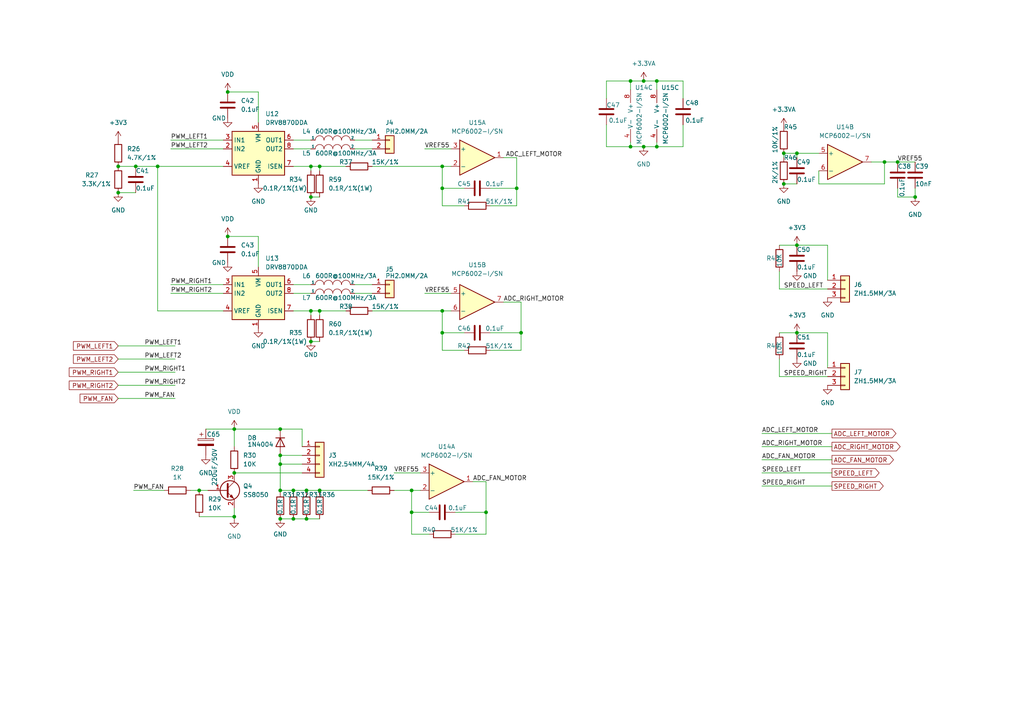
<source format=kicad_sch>
(kicad_sch (version 20211123) (generator eeschema)
  (paper "A4")
  (title_block (title "EDS-01-Main") (date "2022-10-19") (rev "V0.2") (company "Timye"))
  (lib_symbols
    (symbol "Amplifier_Operational:MCP6002-xSN" (pin_names (offset 0.127))
      (property "Reference" "U" (at 0 5.08 0))
      (property "Value" "MCP6002-xSN" (at 0 -5.08 0))
      (symbol "MCP6002-xSN_1_1"
        (polyline (pts (xy -5.08 5.08) (xy 5.08 0) (xy -5.08 -5.08) (xy -5.08 5.08)) (stroke (width 0.254)) (fill (type background)))
        (pin output line (at 7.62 0 180) (length 2.54) (name "~") (number "1"))
        (pin input line (at -7.62 -2.54 0) (length 2.54) (name "-") (number "2"))
        (pin input line (at -7.62 2.54 0) (length 2.54) (name "+") (number "3"))
      )
      (symbol "MCP6002-xSN_2_1"
        (polyline (pts (xy -5.08 5.08) (xy 5.08 0) (xy -5.08 -5.08) (xy -5.08 5.08)) (stroke (width 0.254)) (fill (type background)))
        (pin input line (at -7.62 2.54 0) (length 2.54) (name "+") (number "5"))
        (pin input line (at -7.62 -2.54 0) (length 2.54) (name "-") (number "6"))
        (pin output line (at 7.62 0 180) (length 2.54) (name "~") (number "7"))
      )
      (symbol "MCP6002-xSN_3_1"
        (pin power_in line (at -2.54 -7.62 90) (length 3.81) (name "V-") (number "4"))
        (pin power_in line (at -2.54 7.62 270) (length 3.81) (name "V+") (number "8"))
      )
    )
    (symbol "Connector_Generic:Conn_01x02" (pin_names (offset 1.016) hide)
      (property "Reference" "J" (at 0 2.54 0))
      (property "Value" "Conn_01x02" (at 0 -5.08 0))
      (symbol "Conn_01x02_1_1"
        (rectangle (start -1.27 -2.413) (end 0 -2.667) (stroke (width 0.1524)))
        (rectangle (start -1.27 0.127) (end 0 -0.127) (stroke (width 0.1524)))
        (rectangle (start -1.27 1.27) (end 1.27 -3.81) (stroke (width 0.254)) (fill (type background)))
        (pin passive line (at -5.08 0 0) (length 3.81) (name "Pin_1") (number "1"))
        (pin passive line (at -5.08 -2.54 0) (length 3.81) (name "Pin_2") (number "2"))
      )
    )
    (symbol "Connector_Generic:Conn_01x03" (pin_names (offset 1.016) hide)
      (property "Reference" "J" (at 0 5.08 0))
      (property "Value" "Conn_01x03" (at 0 -5.08 0))
      (symbol "Conn_01x03_1_1"
        (rectangle (start -1.27 -2.413) (end 0 -2.667) (stroke (width 0.1524)))
        (rectangle (start -1.27 0.127) (end 0 -0.127) (stroke (width 0.1524)))
        (rectangle (start -1.27 2.667) (end 0 2.413) (stroke (width 0.1524)))
        (rectangle (start -1.27 3.81) (end 1.27 -3.81) (stroke (width 0.254)) (fill (type background)))
        (pin passive line (at -5.08 2.54 0) (length 3.81) (name "Pin_1") (number "1"))
        (pin passive line (at -5.08 0 0) (length 3.81) (name "Pin_2") (number "2"))
        (pin passive line (at -5.08 -2.54 0) (length 3.81) (name "Pin_3") (number "3"))
      )
    )
    (symbol "Connector_Generic:Conn_01x04" (pin_names (offset 1.016) hide)
      (property "Reference" "J" (at 0 5.08 0))
      (property "Value" "Conn_01x04" (at 0 -7.62 0))
      (symbol "Conn_01x04_1_1"
        (rectangle (start -1.27 -4.953) (end 0 -5.207) (stroke (width 0.1524)))
        (rectangle (start -1.27 -2.413) (end 0 -2.667) (stroke (width 0.1524)))
        (rectangle (start -1.27 0.127) (end 0 -0.127) (stroke (width 0.1524)))
        (rectangle (start -1.27 2.667) (end 0 2.413) (stroke (width 0.1524)))
        (rectangle (start -1.27 3.81) (end 1.27 -6.35) (stroke (width 0.254)) (fill (type background)))
        (pin passive line (at -5.08 2.54 0) (length 3.81) (name "Pin_1") (number "1"))
        (pin passive line (at -5.08 0 0) (length 3.81) (name "Pin_2") (number "2"))
        (pin passive line (at -5.08 -2.54 0) (length 3.81) (name "Pin_3") (number "3"))
        (pin passive line (at -5.08 -5.08 0) (length 3.81) (name "Pin_4") (number "4"))
      )
    )
    (symbol "Device:C" (pin_numbers hide) (pin_names (offset 0.254))
      (property "Reference" "C" (at 0.635 2.54 0))
      (property "Value" "C" (at 0.635 -2.54 0))
      (symbol "C_0_1"
        (polyline (pts (xy -2.032 -0.762) (xy 2.032 -0.762)) (stroke (width 0.508)))
        (polyline (pts (xy -2.032 0.762) (xy 2.032 0.762)) (stroke (width 0.508)))
      )
      (symbol "C_1_1"
        (pin passive line (at 0 3.81 270) (length 2.794) (name "~") (number "1"))
        (pin passive line (at 0 -3.81 90) (length 2.794) (name "~") (number "2"))
      )
    )
    (symbol "Device:C_Polarized" (pin_numbers hide) (pin_names (offset 0.254))
      (property "Reference" "C" (at 0.635 2.54 0))
      (property "Value" "C_Polarized" (at 0.635 -2.54 0))
      (symbol "C_Polarized_0_1"
        (rectangle (start -2.286 0.508) (end 2.286 1.016))
        (polyline (pts (xy -1.778 2.286) (xy -0.762 2.286)))
        (polyline (pts (xy -1.27 2.794) (xy -1.27 1.778)))
        (rectangle (start 2.286 -0.508) (end -2.286 -1.016) (fill (type outline)))
      )
      (symbol "C_Polarized_1_1"
        (pin passive line (at 0 3.81 270) (length 2.794) (name "~") (number "1"))
        (pin passive line (at 0 -3.81 90) (length 2.794) (name "~") (number "2"))
      )
    )
    (symbol "Device:D" (pin_numbers hide) (pin_names (offset 1.016) hide)
      (property "Reference" "D" (at 0 2.54 0))
      (property "Value" "D" (at 0 -2.54 0))
      (symbol "D_0_1"
        (polyline (pts (xy -1.27 1.27) (xy -1.27 -1.27)) (stroke (width 0.254)))
        (polyline (pts (xy 1.27 0) (xy -1.27 0)))
        (polyline (pts (xy 1.27 1.27) (xy 1.27 -1.27) (xy -1.27 0) (xy 1.27 1.27)) (stroke (width 0.254)))
      )
      (symbol "D_1_1"
        (pin passive line (at -3.81 0 0) (length 2.54) (name "K") (number "1"))
        (pin passive line (at 3.81 0 180) (length 2.54) (name "A") (number "2"))
      )
    )
    (symbol "Device:Q_NPN_BEC" (pin_names (offset 0) hide)
      (property "Reference" "Q" (at 5.08 1.27 0))
      (property "Value" "Q_NPN_BEC" (at 5.08 -1.27 0))
      (symbol "Q_NPN_BEC_0_1"
        (polyline (pts (xy 0.635 0.635) (xy 2.54 2.54)))
        (polyline (pts (xy 0.635 -0.635) (xy 2.54 -2.54) (xy 2.54 -2.54)))
        (polyline (pts (xy 0.635 1.905) (xy 0.635 -1.905) (xy 0.635 -1.905)) (stroke (width 0.508)))
        (polyline (pts (xy 1.27 -1.778) (xy 1.778 -1.27) (xy 2.286 -2.286) (xy 1.27 -1.778) (xy 1.27 -1.778)) (fill (type outline)))
        (circle (center 1.27 0) (radius 2.8194) (stroke (width 0.254)))
      )
      (symbol "Q_NPN_BEC_1_1"
        (pin input line (at -5.08 0 0) (length 5.715) (name "B") (number "1"))
        (pin passive line (at 2.54 -5.08 90) (length 2.54) (name "E") (number "2"))
        (pin passive line (at 2.54 5.08 270) (length 2.54) (name "C") (number "3"))
      )
    )
    (symbol "Device:R" (pin_numbers hide) (pin_names (offset 0))
      (property "Reference" "R" (at 2.032 0 90))
      (property "Value" "R" (at 0 0 90))
      (symbol "R_0_1"
        (rectangle (start -1.016 -2.54) (end 1.016 2.54) (stroke (width 0.254)))
      )
      (symbol "R_1_1"
        (pin passive line (at 0 3.81 270) (length 1.27) (name "~") (number "1"))
        (pin passive line (at 0 -3.81 90) (length 1.27) (name "~") (number "2"))
      )
    )
    (symbol "Driver_Motor:DRV8870DDA"
      (property "Reference" "U" (at -6.35 6.35 0))
      (property "Value" "DRV8870DDA" (at 8.89 6.35 0))
      (symbol "DRV8870DDA_0_1"
        (rectangle (start -7.62 5.08) (end 7.62 -7.62) (stroke (width 0.254)) (fill (type background)))
      )
      (symbol "DRV8870DDA_1_1"
        (pin power_in line (at 0 -10.16 90) (length 2.54) (name "GND") (number "1"))
        (pin input line (at -10.16 0 0) (length 2.54) (name "IN2") (number "2"))
        (pin input line (at -10.16 2.54 0) (length 2.54) (name "IN1") (number "3"))
        (pin input line (at -10.16 -5.08 0) (length 2.54) (name "VREF") (number "4"))
        (pin power_in line (at 0 7.62 270) (length 2.54) (name "VM") (number "5"))
        (pin output line (at 10.16 2.54 180) (length 2.54) (name "OUT1") (number "6"))
        (pin passive line (at 10.16 -5.08 180) (length 2.54) (name "ISEN") (number "7"))
        (pin output line (at 10.16 0 180) (length 2.54) (name "OUT2") (number "8"))
        (pin passive line (at 0 -10.16 90) (length 2.54) hide (name "GND") (number "9"))
      )
    )
    (symbol "power:+3.3VA" (power) (pin_names (offset 0))
      (property "Value" "+3.3VA" (at 0 3.556 0))
      (symbol "+3.3VA_0_1"
        (polyline (pts (xy -0.762 1.27) (xy 0 2.54)))
        (polyline (pts (xy 0 0) (xy 0 2.54)))
        (polyline (pts (xy 0 2.54) (xy 0.762 1.27)))
      )
      (symbol "+3.3VA_1_1"
        (pin power_in line (at 0 0 90) (length 0) hide (name "+3.3VA") (number "1"))
      )
    )
    (symbol "power:+3V3" (power) (pin_names (offset 0))
      (property "Value" "+3V3" (at 0 3.556 0))
      (symbol "+3V3_0_1"
        (polyline (pts (xy -0.762 1.27) (xy 0 2.54)))
        (polyline (pts (xy 0 0) (xy 0 2.54)))
        (polyline (pts (xy 0 2.54) (xy 0.762 1.27)))
      )
      (symbol "+3V3_1_1"
        (pin power_in line (at 0 0 90) (length 0) hide (name "+3V3") (number "1"))
      )
    )
    (symbol "power:GND" (power) (pin_names (offset 0))
      (property "Value" "GND" (at 0 -3.81 0))
      (symbol "GND_0_1"
        (polyline (pts (xy 0 0) (xy 0 -1.27) (xy 1.27 -1.27) (xy 0 -2.54) (xy -1.27 -1.27) (xy 0 -1.27)))
      )
      (symbol "GND_1_1"
        (pin power_in line (at 0 0 270) (length 0) hide (name "GND") (number "1"))
      )
    )
    (symbol "power:VDD" (power) (pin_names (offset 0))
      (property "Value" "VDD" (at 0 3.81 0))
      (symbol "VDD_0_1"
        (polyline (pts (xy -0.762 1.27) (xy 0 2.54)))
        (polyline (pts (xy 0 0) (xy 0 2.54)))
        (polyline (pts (xy 0 2.54) (xy 0.762 1.27)))
      )
      (symbol "VDD_1_1"
        (pin power_in line (at 0 0 90) (length 0) hide (name "VDD") (number "1"))
      )
    )
    (symbol "pspice:INDUCTOR" (pin_numbers hide) (pin_names (offset 0))
      (property "Reference" "L" (at 0 2.54 0))
      (property "Value" "INDUCTOR" (at 0 -1.27 0))
      (symbol "INDUCTOR_0_1"
        (arc (start -2.54 0) (mid -3.81 1.27) (end -5.08 0))
        (arc (start 0 0) (mid -1.27 1.27) (end -2.54 0))
        (arc (start 2.54 0) (mid 1.27 1.27) (end 0 0))
        (arc (start 5.08 0) (mid 3.81 1.27) (end 2.54 0))
      )
      (symbol "INDUCTOR_1_1"
        (pin input line (at -6.35 0 0) (length 1.27) (name "1") (number "1"))
        (pin input line (at 6.35 0 180) (length 1.27) (name "2") (number "2"))
      )
    )
  )
  (junction (at 231.14 71.12))
  (junction (at 39.37 48.26))
  (junction (at 90.17 48.26))
  (junction (at 66.04 68.58))
  (junction (at 92.71 48.26))
  (junction (at 140.97 148.59))
  (junction (at 88.9 150.495))
  (junction (at 186.69 23.495))
  (junction (at 128.27 54.61))
  (junction (at 81.28 134.62))
  (junction (at 231.14 96.52))
  (junction (at 88.9 142.24))
  (junction (at 256.54 46.99))
  (junction (at 85.09 150.495))
  (junction (at 128.27 48.26))
  (junction (at 45.72 48.26))
  (junction (at 81.28 150.495))
  (junction (at 128.27 90.17))
  (junction (at 149.86 54.61))
  (junction (at 119.38 148.59))
  (junction (at 85.09 142.24))
  (junction (at 67.945 137.16))
  (junction (at 182.88 23.495))
  (junction (at 81.28 124.46))
  (junction (at 67.945 149.86))
  (junction (at 57.785 142.24))
  (junction (at 190.5 42.545))
  (junction (at 151.13 96.52))
  (junction (at 67.945 124.46))
  (junction (at 34.29 48.26))
  (junction (at 231.14 44.45))
  (junction (at 119.38 142.24))
  (junction (at 265.43 57.15))
  (junction (at 92.71 90.17))
  (junction (at 227.33 53.34))
  (junction (at 227.33 44.45))
  (junction (at 128.27 96.52))
  (junction (at 260.35 46.99))
  (junction (at 81.28 132.08))
  (junction (at 34.29 55.88))
  (junction (at 90.17 99.06))
  (junction (at 182.88 42.545))
  (junction (at 186.69 42.545))
  (junction (at 90.17 90.17))
  (junction (at 92.71 142.24))
  (junction (at 190.5 23.495))
  (junction (at 81.28 142.24))
  (junction (at 66.04 26.67))
  (junction (at 90.17 57.15))
  (wire (pts (xy 128.27 96.52) (xy 128.27 90.17)))
  (wire (pts (xy 85.09 142.24) (xy 85.09 142.875)))
  (wire (pts (xy 220.98 133.35) (xy 241.3 133.35)))
  (wire (pts (xy 128.27 59.69) (xy 128.27 54.61)))
  (wire (pts (xy 119.38 142.24) (xy 119.38 148.59)))
  (wire (pts (xy 92.71 48.26) (xy 100.33 48.26)))
  (wire (pts (xy 132.08 154.94) (xy 140.97 154.94)))
  (wire (pts (xy 64.77 90.17) (xy 45.72 90.17)))
  (wire (pts (xy 88.9 142.24) (xy 92.71 142.24)))
  (wire (pts (xy 119.38 148.59) (xy 124.46 148.59)))
  (wire (pts (xy 87.63 124.46) (xy 81.28 124.46)))
  (wire (pts (xy 102.87 43.18) (xy 107.95 43.18)))
  (wire (pts (xy 240.03 96.52) (xy 231.14 96.52)))
  (wire (pts (xy 149.86 45.72) (xy 146.05 45.72)))
  (wire (pts (xy 92.71 142.24) (xy 106.68 142.24)))
  (wire (pts (xy 260.35 57.15) (xy 265.43 57.15)))
  (wire (pts (xy 175.895 36.195) (xy 175.895 42.545)))
  (wire (pts (xy 265.43 54.61) (xy 265.43 57.15)))
  (wire (pts (xy 59.69 124.46) (xy 67.945 124.46)))
  (wire (pts (xy 107.95 90.17) (xy 128.27 90.17)))
  (wire (pts (xy 49.53 40.64) (xy 64.77 40.64)))
  (wire (pts (xy 114.3 137.16) (xy 121.92 137.16)))
  (wire (pts (xy 182.88 23.495) (xy 186.69 23.495)))
  (wire (pts (xy 260.35 54.61) (xy 260.35 57.15)))
  (wire (pts (xy 142.24 54.61) (xy 149.86 54.61)))
  (wire (pts (xy 140.97 139.7) (xy 137.16 139.7)))
  (wire (pts (xy 66.04 26.67) (xy 74.93 26.67)))
  (wire (pts (xy 132.08 148.59) (xy 140.97 148.59)))
  (wire (pts (xy 74.93 68.58) (xy 74.93 77.47)))
  (wire (pts (xy 220.98 129.54) (xy 241.3 129.54)))
  (wire (pts (xy 240.03 71.12) (xy 231.14 71.12)))
  (wire (pts (xy 128.27 90.17) (xy 130.81 90.17)))
  (wire (pts (xy 34.29 55.88) (xy 39.37 55.88)))
  (wire (pts (xy 85.09 85.09) (xy 90.17 85.09)))
  (wire (pts (xy 149.86 59.69) (xy 149.86 54.61)))
  (wire (pts (xy 226.06 104.14) (xy 226.06 109.22)))
  (wire (pts (xy 256.54 46.99) (xy 260.35 46.99)))
  (wire (pts (xy 45.72 48.26) (xy 45.72 90.17)))
  (wire (pts (xy 182.88 23.495) (xy 182.88 26.035)))
  (wire (pts (xy 87.63 129.54) (xy 87.63 124.46)))
  (wire (pts (xy 226.06 83.82) (xy 240.03 83.82)))
  (wire (pts (xy 198.12 23.495) (xy 190.5 23.495)))
  (wire (pts (xy 175.895 42.545) (xy 182.88 42.545)))
  (wire (pts (xy 49.53 43.18) (xy 64.77 43.18)))
  (wire (pts (xy 85.09 142.24) (xy 88.9 142.24)))
  (wire (pts (xy 39.37 48.26) (xy 45.72 48.26)))
  (wire (pts (xy 85.09 43.18) (xy 90.17 43.18)))
  (wire (pts (xy 134.62 59.69) (xy 128.27 59.69)))
  (wire (pts (xy 123.19 85.09) (xy 130.81 85.09)))
  (wire (pts (xy 142.24 101.6) (xy 151.13 101.6)))
  (wire (pts (xy 67.945 147.32) (xy 67.945 149.86)))
  (wire (pts (xy 237.49 53.34) (xy 256.54 53.34)))
  (wire (pts (xy 124.46 154.94) (xy 119.38 154.94)))
  (wire (pts (xy 190.5 42.545) (xy 198.12 42.545)))
  (wire (pts (xy 81.28 150.495) (xy 85.09 150.495)))
  (wire (pts (xy 186.69 23.495) (xy 190.5 23.495)))
  (wire (pts (xy 74.93 26.67) (xy 74.93 35.56)))
  (wire (pts (xy 128.27 101.6) (xy 128.27 96.52)))
  (wire (pts (xy 67.945 124.46) (xy 67.945 129.54)))
  (wire (pts (xy 220.98 125.73) (xy 241.3 125.73)))
  (wire (pts (xy 175.895 23.495) (xy 182.88 23.495)))
  (wire (pts (xy 190.5 42.545) (xy 186.69 42.545)))
  (wire (pts (xy 190.5 41.275) (xy 190.5 42.545)))
  (wire (pts (xy 88.9 142.24) (xy 88.9 142.875)))
  (wire (pts (xy 123.19 43.18) (xy 130.81 43.18)))
  (wire (pts (xy 102.87 82.55) (xy 107.95 82.55)))
  (wire (pts (xy 151.13 87.63) (xy 146.05 87.63)))
  (wire (pts (xy 85.09 40.64) (xy 90.17 40.64)))
  (wire (pts (xy 107.95 48.26) (xy 128.27 48.26)))
  (wire (pts (xy 81.28 142.24) (xy 85.09 142.24)))
  (wire (pts (xy 34.29 104.14) (xy 50.8 104.14)))
  (wire (pts (xy 198.12 42.545) (xy 198.12 36.195)))
  (wire (pts (xy 226.06 78.74) (xy 226.06 83.82)))
  (wire (pts (xy 90.17 48.26) (xy 92.71 48.26)))
  (wire (pts (xy 237.49 49.53) (xy 237.49 53.34)))
  (wire (pts (xy 90.17 49.53) (xy 90.17 48.26)))
  (wire (pts (xy 151.13 101.6) (xy 151.13 96.52)))
  (wire (pts (xy 81.28 132.08) (xy 81.28 134.62)))
  (wire (pts (xy 128.27 54.61) (xy 128.27 48.26)))
  (wire (pts (xy 182.88 42.545) (xy 182.88 41.275)))
  (wire (pts (xy 231.14 71.12) (xy 226.06 71.12)))
  (wire (pts (xy 190.5 26.035) (xy 190.5 23.495)))
  (wire (pts (xy 128.27 96.52) (xy 134.62 96.52)))
  (wire (pts (xy 90.17 91.44) (xy 90.17 90.17)))
  (wire (pts (xy 81.28 142.24) (xy 81.28 142.875)))
  (wire (pts (xy 57.785 149.86) (xy 67.945 149.86)))
  (wire (pts (xy 85.09 48.26) (xy 90.17 48.26)))
  (wire (pts (xy 256.54 53.34) (xy 256.54 46.99)))
  (wire (pts (xy 231.14 96.52) (xy 226.06 96.52)))
  (wire (pts (xy 231.14 44.45) (xy 231.14 45.72)))
  (wire (pts (xy 227.33 53.34) (xy 231.14 53.34)))
  (wire (pts (xy 92.71 48.26) (xy 92.71 49.53)))
  (wire (pts (xy 140.97 154.94) (xy 140.97 148.59)))
  (wire (pts (xy 87.63 132.08) (xy 81.28 132.08)))
  (wire (pts (xy 142.24 59.69) (xy 149.86 59.69)))
  (wire (pts (xy 226.06 109.22) (xy 240.03 109.22)))
  (wire (pts (xy 34.29 100.33) (xy 50.8 100.33)))
  (wire (pts (xy 90.17 57.15) (xy 92.71 57.15)))
  (wire (pts (xy 88.9 150.495) (xy 92.71 150.495)))
  (wire (pts (xy 256.54 46.99) (xy 252.73 46.99)))
  (wire (pts (xy 240.03 81.28) (xy 240.03 71.12)))
  (wire (pts (xy 45.72 48.26) (xy 64.77 48.26)))
  (wire (pts (xy 240.03 106.68) (xy 240.03 96.52)))
  (wire (pts (xy 149.86 54.61) (xy 149.86 45.72)))
  (wire (pts (xy 260.35 46.99) (xy 265.43 46.99)))
  (wire (pts (xy 92.71 90.17) (xy 92.71 91.44)))
  (wire (pts (xy 227.33 45.72) (xy 227.33 44.45)))
  (wire (pts (xy 85.09 150.495) (xy 88.9 150.495)))
  (wire (pts (xy 85.09 90.17) (xy 90.17 90.17)))
  (wire (pts (xy 49.53 82.55) (xy 64.77 82.55)))
  (wire (pts (xy 128.27 48.26) (xy 130.81 48.26)))
  (wire (pts (xy 119.38 148.59) (xy 119.38 154.94)))
  (wire (pts (xy 90.17 90.17) (xy 92.71 90.17)))
  (wire (pts (xy 57.785 142.24) (xy 60.325 142.24)))
  (wire (pts (xy 151.13 96.52) (xy 151.13 87.63)))
  (wire (pts (xy 220.98 137.16) (xy 241.3 137.16)))
  (wire (pts (xy 142.24 96.52) (xy 151.13 96.52)))
  (wire (pts (xy 34.29 111.76) (xy 50.8 111.76)))
  (wire (pts (xy 140.97 148.59) (xy 140.97 139.7)))
  (wire (pts (xy 90.17 99.06) (xy 92.71 99.06)))
  (wire (pts (xy 34.29 107.95) (xy 50.8 107.95)))
  (wire (pts (xy 102.87 40.64) (xy 107.95 40.64)))
  (wire (pts (xy 231.14 44.45) (xy 237.49 44.45)))
  (wire (pts (xy 34.29 115.57) (xy 50.8 115.57)))
  (wire (pts (xy 175.895 28.575) (xy 175.895 23.495)))
  (wire (pts (xy 34.29 48.26) (xy 39.37 48.26)))
  (wire (pts (xy 38.735 142.24) (xy 47.625 142.24)))
  (wire (pts (xy 67.945 150.495) (xy 67.945 149.86)))
  (wire (pts (xy 119.38 142.24) (xy 121.92 142.24)))
  (wire (pts (xy 92.71 142.24) (xy 92.71 142.875)))
  (wire (pts (xy 220.98 140.97) (xy 241.3 140.97)))
  (wire (pts (xy 186.69 42.545) (xy 182.88 42.545)))
  (wire (pts (xy 92.71 90.17) (xy 100.33 90.17)))
  (wire (pts (xy 134.62 101.6) (xy 128.27 101.6)))
  (wire (pts (xy 85.09 82.55) (xy 90.17 82.55)))
  (wire (pts (xy 134.62 54.61) (xy 128.27 54.61)))
  (wire (pts (xy 81.28 134.62) (xy 81.28 142.24)))
  (wire (pts (xy 66.04 68.58) (xy 74.93 68.58)))
  (wire (pts (xy 114.3 142.24) (xy 119.38 142.24)))
  (wire (pts (xy 55.245 142.24) (xy 57.785 142.24)))
  (wire (pts (xy 67.945 137.16) (xy 87.63 137.16)))
  (wire (pts (xy 67.945 124.46) (xy 81.28 124.46)))
  (wire (pts (xy 102.87 85.09) (xy 107.95 85.09)))
  (wire (pts (xy 198.12 28.575) (xy 198.12 23.495)))
  (wire (pts (xy 49.53 85.09) (xy 64.77 85.09)))
  (wire (pts (xy 227.33 44.45) (xy 231.14 44.45)))
  (wire (pts (xy 81.28 134.62) (xy 87.63 134.62)))
  (label "VREF55" (at 114.3 137.16 0))
  (label "SPEED_RIGHT" (at 227.33 109.22 0))
  (label "ADC_RIGHT_MOTOR" (at 146.05 87.63 0))
  (label "VREF55" (at 123.19 43.18 0))
  (label "ADC_FAN_MOTOR" (at 137.16 139.7 0))
  (label "PWM_LEFT2" (at 41.91 104.14 0))
  (label "ADC_RIGHT_MOTOR" (at 220.98 129.54 0))
  (label "SPEED_LEFT" (at 220.98 137.16 0))
  (label "VREF55" (at 260.35 46.99 0))
  (label "VREF55" (at 123.19 85.09 0))
  (label "PWM_FAN" (at 41.91 115.57 0))
  (label "SPEED_RIGHT" (at 220.98 140.97 0))
  (label "PWM_LEFT1" (at 49.53 40.64 0))
  (label "PWM_RIGHT2" (at 41.91 111.76 0))
  (label "ADC_FAN_MOTOR" (at 220.98 133.35 0))
  (label "PWM_RIGHT1" (at 49.53 82.55 0))
  (label "SPEED_LEFT" (at 227.33 83.82 0))
  (label "PWM_LEFT1" (at 41.91 100.33 0))
  (label "PWM_LEFT2" (at 49.53 43.18 0))
  (label "ADC_LEFT_MOTOR" (at 146.685 45.72 0))
  (label "PWM_RIGHT1" (at 41.91 107.95 0))
  (label "PWM_RIGHT2" (at 49.53 85.09 0))
  (label "PWM_FAN" (at 38.735 142.24 0))
  (label "ADC_LEFT_MOTOR" (at 220.98 125.73 0))
  (global_label "PWM_FAN" (shape input) (at 34.29 115.57 180) (property "Intersheet References" "${INTERSHEET_REFS}" (effects hide)))
  (global_label "ADC_FAN_MOTOR" (shape output) (at 241.3 133.35 0) (property "Intersheet References" "${INTERSHEET_REFS}" (effects hide)))
  (global_label "PWM_RIGHT2" (shape input) (at 34.29 111.76 180) (property "Intersheet References" "${INTERSHEET_REFS}" (effects hide)))
  (global_label "ADC_LEFT_MOTOR" (shape output) (at 241.3 125.73 0) (property "Intersheet References" "${INTERSHEET_REFS}" (effects hide)))
  (global_label "PWM_LEFT2" (shape input) (at 34.29 104.14 180) (property "Intersheet References" "${INTERSHEET_REFS}" (effects hide)))
  (global_label "ADC_RIGHT_MOTOR" (shape output) (at 241.3 129.54 0) (property "Intersheet References" "${INTERSHEET_REFS}" (effects hide)))
  (global_label "SPEED_LEFT" (shape output) (at 241.3 137.16 0) (property "Intersheet References" "${INTERSHEET_REFS}" (effects hide)))
  (global_label "PWM_RIGHT1" (shape input) (at 34.29 107.95 180) (property "Intersheet References" "${INTERSHEET_REFS}" (effects hide)))
  (global_label "SPEED_RIGHT" (shape output) (at 241.3 140.97 0) (property "Intersheet References" "${INTERSHEET_REFS}" (effects hide)))
  (global_label "PWM_LEFT1" (shape input) (at 34.29 100.33 180) (property "Intersheet References" "${INTERSHEET_REFS}" (effects hide)))
  (symbol (lib_id "Device:C") (at 66.04 72.39 0) (unit 1)
    (property "Reference" "C43" (at 69.85 71.1199 0) (effects (justify left)))
    (property "Value" "0.1uF" (at 69.85 73.6599 0) (effects (justify left)))
    (property "Footprint" "Capacitor_SMD:C_0603_1608Metric" (effects hide))
  )
  (symbol (lib_id "Device:C") (at 138.43 96.52 90) (unit 1)
    (property "Reference" "C46" (at 134.62 95.25 90))
    (property "Value" "0.1uF" (at 143.51 95.25 90))
    (property "Footprint" "Capacitor_SMD:C_0603_1608Metric" (effects hide))
  )
  (symbol (lib_id "Device:C") (at 231.14 49.53 0) (unit 1)
    (property "Reference" "C49" (at 231.14 46.99 0) (effects (justify left)))
    (property "Value" "0.1uF" (at 231.14 52.07 0) (effects (justify left)))
    (property "Footprint" "Capacitor_SMD:C_0603_1608Metric" (effects hide))
  )
  (symbol (lib_id "Amplifier_Operational:MCP6002-xSN") (at 138.43 45.72 0) (unit 1)
    (property "Reference" "U15" (at 138.43 35.56 0))
    (property "Value" "MCP6002-I/SN" (at 138.43 38.1 0))
    (property "Footprint" "Package_SO:SOP-8_3.9x4.9mm_P1.27mm" (effects hide))
    (property "Datasheet" "http://ww1.microchip.com/downloads/en/DeviceDoc/21733j.pdf" (effects hide))
  )
  (symbol (lib_id "Device:R") (at 57.785 146.05 180) (unit 1)
    (property "Reference" "R29" (at 60.325 144.7799 0) (effects (justify right)))
    (property "Value" "10K" (at 60.325 147.3199 0) (effects (justify right)))
    (property "Footprint" "Resistor_SMD:R_0603_1608Metric" (effects hide))
  )
  (symbol (lib_id "Device:C") (at 175.895 32.385 0) (unit 1)
    (property "Reference" "C47" (at 175.895 30.48 0) (effects (justify left)))
    (property "Value" "0.1uF" (at 176.53 34.925 0) (effects (justify left)))
    (property "Footprint" "Capacitor_SMD:C_0603_1608Metric" (effects hide))
  )
  (symbol (lib_id "power:GND") (at 231.14 104.14 0) (unit 1)
    (property "Reference" "#PWR0182" (effects hide))
    (property "Value" "GND" (at 234.95 105.41 0))
  )
  (symbol (lib_id "Device:R") (at 227.33 49.53 0) (unit 1)
    (property "Reference" "R46" (at 227.33 45.72 0) (effects (justify left)))
    (property "Value" "2K/1%" (at 224.79 53.34 90) (effects (justify left)))
    (property "Footprint" "Resistor_SMD:R_0603_1608Metric" (effects hide))
  )
  (symbol (lib_id "power:GND") (at 240.03 86.36 0) (unit 1)
    (property "Reference" "#PWR0181" (effects hide))
    (property "Value" "GND" (at 240.03 91.44 0))
  )
  (symbol (lib_id "Device:C") (at 231.14 74.93 0) (unit 1)
    (property "Reference" "C50" (at 231.14 72.39 0) (effects (justify left)))
    (property "Value" "0.1uF" (at 231.14 77.47 0) (effects (justify left)))
    (property "Footprint" "Capacitor_SMD:C_0603_1608Metric" (effects hide))
  )
  (symbol (lib_id "Connector_Generic:Conn_01x03") (at 245.11 109.22 0) (unit 1)
    (property "Reference" "J7" (at 247.65 107.9499 0) (effects (justify left)))
    (property "Value" "ZH1.5MM/3A" (at 247.65 110.4899 0) (effects (justify left)))
    (property "Footprint" "Ovo_Connector_JST:JST_ZH_B03B-ZR_1x03_P1.50mm_Vertical" (effects hide))
  )
  (symbol (lib_id "power:GND") (at 74.93 53.34 0) (unit 1)
    (property "Reference" "#PWR0161" (effects hide))
    (property "Value" "GND" (at 74.93 58.42 0))
  )
  (symbol (lib_id "Device:R") (at 110.49 142.24 90) (unit 1)
    (property "Reference" "R39" (at 110.49 135.89 90))
    (property "Value" "15K/1%" (at 110.49 138.43 90))
    (property "Footprint" "Resistor_SMD:R_0603_1608Metric" (effects hide))
  )
  (symbol (lib_id "Device:R") (at 90.17 95.25 0) (unit 1)
    (property "Reference" "R35" (at 83.82 96.52 0) (effects (justify left)))
    (property "Value" "0.1R/1%(1W)" (at 76.2 99.06 0) (effects (justify left)))
    (property "Footprint" "Resistor_SMD:R_1206_3216Metric" (effects hide))
  )
  (symbol (lib_id "Amplifier_Operational:MCP6002-xSN") (at 138.43 87.63 0) (unit 2)
    (property "Reference" "U15" (at 138.43 76.835 0))
    (property "Value" "MCP6002-I/SN" (at 138.43 79.375 0))
    (property "Footprint" "Package_SO:SOP-8_3.9x4.9mm_P1.27mm" (effects hide))
    (property "Datasheet" "http://ww1.microchip.com/downloads/en/DeviceDoc/21733j.pdf" (effects hide))
  )
  (symbol (lib_id "power:GND") (at 67.945 150.495 0) (unit 1)
    (property "Reference" "#PWR0164" (effects hide))
    (property "Value" "GND" (at 67.945 155.575 0))
  )
  (symbol (lib_id "Driver_Motor:DRV8870DDA") (at 74.93 85.09 0) (unit 1)
    (property "Reference" "U13" (at 76.9494 74.93 0) (effects (justify left)))
    (property "Value" "DRV8870DDA" (at 76.9494 77.47 0) (effects (justify left)))
    (property "Footprint" "Package_SO:Texas_HTSOP-8-1EP_3.9x4.9mm_P1.27mm_EP2.95x4.9mm_Mask2.4x3.1mm_ThermalVias" (effects hide))
    (property "Datasheet" "http://www.ti.com/lit/ds/symlink/drv8870.pdf" (effects hide))
  )
  (symbol (lib_id "power:+3V3") (at 34.29 40.64 0) (unit 1)
    (property "Reference" "#PWR0183" (effects hide))
    (property "Value" "+3V3" (at 34.29 35.56 0))
  )
  (symbol (lib_id "Amplifier_Operational:MCP6002-xSN") (at 129.54 139.7 0) (unit 1)
    (property "Reference" "U14" (at 129.54 129.54 0))
    (property "Value" "MCP6002-I/SN" (at 129.54 132.08 0))
    (property "Footprint" "Package_SO:SOP-8_3.9x4.9mm_P1.27mm" (effects hide))
    (property "Datasheet" "http://ww1.microchip.com/downloads/en/DeviceDoc/21733j.pdf" (effects hide))
  )
  (symbol (lib_id "power:GND") (at 186.69 42.545 0) (unit 1)
    (property "Reference" "#PWR0169" (effects hide))
    (property "Value" "GND" (at 186.69 47.625 0))
  )
  (symbol (lib_id "power:GND") (at 34.29 55.88 0) (unit 1)
    (property "Reference" "#PWR0184" (effects hide))
    (property "Value" "GND" (at 34.29 60.96 0))
  )
  (symbol (lib_id "Device:R") (at 92.71 95.25 0) (unit 1)
    (property "Reference" "R60" (at 95.25 93.9799 0) (effects (justify left)))
    (property "Value" "0.1R/1%(1W)" (at 95.25 96.5199 0) (effects (justify left)))
    (property "Footprint" "Resistor_SMD:R_1206_3216Metric" (effects hide))
  )
  (symbol (lib_id "Driver_Motor:DRV8870DDA") (at 74.93 43.18 0) (unit 1)
    (property "Reference" "U12" (at 76.9494 33.02 0) (effects (justify left)))
    (property "Value" "DRV8870DDA" (at 76.9494 35.56 0) (effects (justify left)))
    (property "Footprint" "Package_SO:Texas_HTSOP-8-1EP_3.9x4.9mm_P1.27mm_EP2.95x4.9mm_Mask2.4x3.1mm_ThermalVias" (effects hide))
    (property "Datasheet" "http://www.ti.com/lit/ds/symlink/drv8870.pdf" (effects hide))
  )
  (symbol (lib_id "power:GND") (at 240.03 111.76 0) (unit 1)
    (property "Reference" "#PWR0178" (effects hide))
    (property "Value" "GND" (at 240.03 116.84 0))
  )
  (symbol (lib_id "Device:R") (at 104.14 48.26 90) (unit 1)
    (property "Reference" "R37" (at 100.33 46.99 90))
    (property "Value" "15K/1%" (at 111.76 46.99 90))
    (property "Footprint" "Resistor_SMD:R_0603_1608Metric" (effects hide))
  )
  (symbol (lib_id "power:GND") (at 66.04 34.29 0) (unit 1)
    (property "Reference" "#PWR0173" (effects hide))
    (property "Value" "GND" (at 63.5 34.29 0))
  )
  (symbol (lib_id "Device:R") (at 227.33 40.64 0) (unit 1)
    (property "Reference" "R45" (at 227.33 36.83 0) (effects (justify left)))
    (property "Value" "10K/1%" (at 224.79 44.45 90) (effects (justify left)))
    (property "Footprint" "Resistor_SMD:R_0603_1608Metric" (effects hide))
  )
  (symbol (lib_id "power:+3.3VA") (at 227.33 36.83 0) (unit 1)
    (property "Reference" "#PWR0179" (effects hide))
    (property "Value" "+3.3VA" (at 227.33 31.75 0))
  )
  (symbol (lib_id "power:GND") (at 231.14 78.74 0) (unit 1)
    (property "Reference" "#PWR0176" (effects hide))
    (property "Value" "GND" (at 234.95 80.01 0))
  )
  (symbol (lib_id "power:GND") (at 90.17 57.15 0) (unit 1)
    (property "Reference" "#PWR0172" (effects hide))
    (property "Value" "GND" (at 90.17 60.96 0))
  )
  (symbol (lib_id "Device:R") (at 92.71 53.34 0) (mirror y) (unit 1)
    (property "Reference" "R59" (at 95.25 52.0699 0) (effects (justify right)))
    (property "Value" "0.1R/1%(1W)" (at 95.25 54.6099 0) (effects (justify right)))
    (property "Footprint" "Resistor_SMD:R_1206_3216Metric" (effects hide))
  )
  (symbol (lib_id "Connector_Generic:Conn_01x02") (at 113.03 82.55 0) (unit 1)
    (property "Reference" "J5" (at 111.76 78.105 0) (effects (justify left)))
    (property "Value" "PH2.0MM/2A" (at 111.76 80.01 0) (effects (justify left)))
    (property "Footprint" "Connector_JST:JST_PH_B2B-PH-K_1x02_P2.00mm_Vertical" (effects hide))
  )
  (symbol (lib_id "Device:C") (at 138.43 54.61 90) (unit 1)
    (property "Reference" "C45" (at 134.62 53.34 90))
    (property "Value" "0.1uF" (at 143.51 53.34 90))
    (property "Footprint" "Capacitor_SMD:C_0603_1608Metric" (effects hide))
  )
  (symbol (lib_id "Device:R") (at 128.27 154.94 90) (unit 1)
    (property "Reference" "R40" (at 124.46 153.67 90))
    (property "Value" "51K/1%" (at 134.62 153.67 90))
    (property "Footprint" "Resistor_SMD:R_0603_1608Metric" (effects hide))
  )
  (symbol (lib_id "Device:C") (at 66.04 30.48 0) (unit 1)
    (property "Reference" "C42" (at 69.85 29.2099 0) (effects (justify left)))
    (property "Value" "0.1uF" (at 69.85 31.7499 0) (effects (justify left)))
    (property "Footprint" "Capacitor_SMD:C_0603_1608Metric" (effects hide))
  )
  (symbol (lib_id "Device:R") (at 138.43 59.69 90) (unit 1)
    (property "Reference" "R41" (at 134.62 58.42 90))
    (property "Value" "51K/1%" (at 144.78 58.42 90))
    (property "Footprint" "Resistor_SMD:R_0603_1608Metric" (effects hide))
  )
  (symbol (lib_id "Amplifier_Operational:MCP6002-xSN") (at 193.04 33.655 0) (unit 3)
    (property "Reference" "U15" (at 191.77 25.4 0) (effects (justify left)))
    (property "Value" "MCP6002-I/SN" (at 193.04 41.91 90) (effects (justify left)))
    (property "Footprint" "Package_SO:SOP-8_3.9x4.9mm_P1.27mm" (effects hide))
    (property "Datasheet" "http://ww1.microchip.com/downloads/en/DeviceDoc/21733j.pdf" (effects hide))
  )
  (symbol (lib_id "pspice:INDUCTOR") (at 96.52 82.55 0) (unit 1)
    (property "Reference" "L6" (at 88.9 80.01 0))
    (property "Value" "600R@100MHz/3A" (at 100.33 80.01 0))
    (property "Footprint" "Inductor_SMD:L_1206_3216Metric" (effects hide))
  )
  (symbol (lib_id "Device:Q_NPN_BEC") (at 65.405 142.24 0) (unit 1)
    (property "Reference" "Q4" (at 70.485 140.9699 0) (effects (justify left)))
    (property "Value" "SS8050" (at 70.485 143.5099 0) (effects (justify left)))
    (property "Footprint" "Package_TO_SOT_SMD:SOT-23" (effects hide))
  )
  (symbol (lib_id "power:+3V3") (at 231.14 71.12 0) (unit 1)
    (property "Reference" "#PWR0177" (effects hide))
    (property "Value" "+3V3" (at 231.14 66.04 0))
  )
  (symbol (lib_id "Device:C") (at 231.14 100.33 0) (unit 1)
    (property "Reference" "C51" (at 231.14 97.79 0) (effects (justify left)))
    (property "Value" "0.1uF" (at 231.14 102.87 0) (effects (justify left)))
    (property "Footprint" "Capacitor_SMD:C_0603_1608Metric" (effects hide))
  )
  (symbol (lib_id "Device:R") (at 90.17 53.34 0) (unit 1)
    (property "Reference" "R34" (at 83.82 52.07 0) (effects (justify left)))
    (property "Value" "0.1R/1%(1W)" (at 76.2 54.61 0) (effects (justify left)))
    (property "Footprint" "Resistor_SMD:R_1206_3216Metric" (effects hide))
  )
  (symbol (lib_id "Device:R") (at 88.9 146.685 0) (unit 1)
    (property "Reference" "R33" (at 89.535 143.51 0) (effects (justify left)))
    (property "Value" "0.1R" (at 88.9 149.225 90) (effects (justify left)))
    (property "Footprint" "Resistor_SMD:R_0805_2012Metric" (effects hide))
  )
  (symbol (lib_id "power:GND") (at 74.93 95.25 0) (unit 1)
    (property "Reference" "#PWR0159" (effects hide))
    (property "Value" "GND" (at 74.93 100.33 0))
  )
  (symbol (lib_id "power:GND") (at 90.17 99.06 0) (unit 1)
    (property "Reference" "#PWR0185" (effects hide))
    (property "Value" "GND" (at 90.17 102.87 0))
  )
  (symbol (lib_id "Device:R") (at 92.71 146.685 0) (unit 1)
    (property "Reference" "R36" (at 93.345 143.51 0) (effects (justify left)))
    (property "Value" "0.1R" (at 92.71 149.225 90) (effects (justify left)))
    (property "Footprint" "Resistor_SMD:R_0805_2012Metric" (effects hide))
  )
  (symbol (lib_id "power:GND") (at 66.04 76.2 0) (unit 1)
    (property "Reference" "#PWR0170" (effects hide))
    (property "Value" "GND" (at 63.5 76.2 0))
  )
  (symbol (lib_id "Device:R") (at 34.29 44.45 0) (unit 1)
    (property "Reference" "R26" (at 36.83 43.1799 0) (effects (justify left)))
    (property "Value" "4.7K/1%" (at 36.83 45.7199 0) (effects (justify left)))
    (property "Footprint" "Resistor_SMD:R_0603_1608Metric" (effects hide))
  )
  (symbol (lib_id "Connector_Generic:Conn_01x04") (at 92.71 132.08 0) (unit 1)
    (property "Reference" "J3" (at 95.25 132.0799 0) (effects (justify left)))
    (property "Value" "XH2.54MM/4A" (at 95.25 134.6199 0) (effects (justify left)))
    (property "Footprint" "Connector_JST:JST_XH_B4B-XH-A_1x04_P2.50mm_Vertical" (effects hide))
  )
  (symbol (lib_id "Device:C") (at 39.37 52.07 0) (unit 1)
    (property "Reference" "C41" (at 39.37 49.53 0) (effects (justify left)))
    (property "Value" "0.1uF" (at 39.37 54.61 0) (effects (justify left)))
    (property "Footprint" "Capacitor_SMD:C_0603_1608Metric" (effects hide))
  )
  (symbol (lib_id "power:+3.3VA") (at 186.69 23.495 0) (unit 1)
    (property "Reference" "#PWR0168" (effects hide))
    (property "Value" "+3.3VA" (at 186.69 18.415 0))
  )
  (symbol (lib_id "Amplifier_Operational:MCP6002-xSN") (at 245.11 46.99 0) (unit 2)
    (property "Reference" "U14" (at 245.11 36.83 0))
    (property "Value" "MCP6002-I/SN" (at 245.11 39.37 0))
    (property "Footprint" "Package_SO:SOP-8_3.9x4.9mm_P1.27mm" (effects hide))
    (property "Datasheet" "http://ww1.microchip.com/downloads/en/DeviceDoc/21733j.pdf" (effects hide))
  )
  (symbol (lib_id "Device:C_Polarized") (at 59.69 128.27 0) (unit 1)
    (property "Reference" "C65" (at 59.944 125.984 0) (effects (justify left)))
    (property "Value" "220uF/50V" (at 62.23 140.97 90) (effects (justify left)))
    (property "Footprint" "Capacitor_SMD:CP_Elec_8x10" (effects hide))
  )
  (symbol (lib_id "pspice:INDUCTOR") (at 96.52 85.09 0) (unit 1)
    (property "Reference" "L7" (at 88.9 86.36 0))
    (property "Value" "600R@100MHz/3A" (at 100.33 86.36 0))
    (property "Footprint" "Inductor_SMD:L_1206_3216Metric" (effects hide))
  )
  (symbol (lib_id "Device:R") (at 34.29 52.07 0) (unit 1)
    (property "Reference" "R27" (at 26.67 50.8 0))
    (property "Value" "3.3K/1%" (at 27.94 53.34 0))
    (property "Footprint" "Resistor_SMD:R_0603_1608Metric" (effects hide))
  )
  (symbol (lib_id "power:GND") (at 59.69 132.08 0) (unit 1)
    (property "Reference" "#PWR0165" (effects hide))
    (property "Value" "GND" (at 59.69 137.16 0))
  )
  (symbol (lib_id "Device:R") (at 226.06 74.93 0) (unit 1)
    (property "Reference" "R43" (at 222.25 74.93 0) (effects (justify left)))
    (property "Value" "10K" (at 226.06 77.47 90) (effects (justify left)))
    (property "Footprint" "Resistor_SMD:R_0603_1608Metric" (effects hide))
  )
  (symbol (lib_id "Device:C") (at 198.12 32.385 0) (unit 1)
    (property "Reference" "C48" (at 198.755 29.845 0) (effects (justify left)))
    (property "Value" "0.1uF" (at 198.755 34.925 0) (effects (justify left)))
    (property "Footprint" "Capacitor_SMD:C_0603_1608Metric" (effects hide))
  )
  (symbol (lib_id "Device:C") (at 265.43 50.8 0) (unit 1)
    (property "Reference" "C39" (at 265.43 48.26 0) (effects (justify left)))
    (property "Value" "10nF" (at 265.43 53.34 0) (effects (justify left)))
    (property "Footprint" "Capacitor_SMD:C_0603_1608Metric" (effects hide))
  )
  (symbol (lib_id "Connector_Generic:Conn_01x03") (at 245.11 83.82 0) (unit 1)
    (property "Reference" "J6" (at 247.65 82.5499 0) (effects (justify left)))
    (property "Value" "ZH1.5MM/3A" (at 247.65 85.0899 0) (effects (justify left)))
    (property "Footprint" "Ovo_Connector_JST:JST_ZH_B03B-ZR_1x03_P1.50mm_Vertical" (effects hide))
  )
  (symbol (lib_id "Connector_Generic:Conn_01x02") (at 113.03 40.64 0) (unit 1)
    (property "Reference" "J4" (at 111.76 35.56 0) (effects (justify left)))
    (property "Value" "PH2.0MM/2A" (at 111.76 38.1 0) (effects (justify left)))
    (property "Footprint" "Connector_JST:JST_PH_B2B-PH-K_1x02_P2.00mm_Vertical" (effects hide))
  )
  (symbol (lib_id "pspice:INDUCTOR") (at 96.52 40.64 0) (unit 1)
    (property "Reference" "L4" (at 88.9 38.1 0))
    (property "Value" "600R@100MHz/3A" (at 100.33 38.1 0))
    (property "Footprint" "Inductor_SMD:L_1206_3216Metric" (effects hide))
  )
  (symbol (lib_id "Device:C") (at 260.35 50.8 0) (unit 1)
    (property "Reference" "C38" (at 260.35 48.26 0) (effects (justify left)))
    (property "Value" "0.1uF" (at 261.62 57.15 90) (effects (justify left)))
    (property "Footprint" "Capacitor_SMD:C_0603_1608Metric" (effects hide))
  )
  (symbol (lib_id "pspice:INDUCTOR") (at 96.52 43.18 0) (unit 1)
    (property "Reference" "L5" (at 88.9 44.45 0))
    (property "Value" "600R@100MHz/3A" (at 100.33 44.45 0))
    (property "Footprint" "Inductor_SMD:L_1206_3216Metric" (effects hide))
  )
  (symbol (lib_id "Device:R") (at 85.09 146.685 0) (unit 1)
    (property "Reference" "R32" (at 85.725 143.51 0) (effects (justify left)))
    (property "Value" "0.1R" (at 85.09 149.225 90) (effects (justify left)))
    (property "Footprint" "Resistor_SMD:R_0805_2012Metric" (effects hide))
  )
  (symbol (lib_id "power:VDD") (at 67.945 124.46 0) (unit 1)
    (property "Reference" "#PWR0167" (effects hide))
    (property "Value" "VDD" (at 67.945 119.38 0))
  )
  (symbol (lib_id "Device:R") (at 51.435 142.24 90) (unit 1)
    (property "Reference" "R28" (at 51.435 135.89 90))
    (property "Value" "1K" (at 51.435 138.43 90))
    (property "Footprint" "Resistor_SMD:R_0603_1608Metric" (effects hide))
  )
  (symbol (lib_id "Amplifier_Operational:MCP6002-xSN") (at 185.42 33.655 0) (unit 3)
    (property "Reference" "U14" (at 184.15 25.4 0) (effects (justify left)))
    (property "Value" "MCP6002-I/SN" (at 185.42 41.91 90) (effects (justify left)))
    (property "Footprint" "Package_SO:SOP-8_3.9x4.9mm_P1.27mm" (effects hide))
    (property "Datasheet" "http://ww1.microchip.com/downloads/en/DeviceDoc/21733j.pdf" (effects hide))
  )
  (symbol (lib_id "Device:R") (at 104.14 90.17 90) (unit 1)
    (property "Reference" "R38" (at 100.33 88.9 90))
    (property "Value" "15K/1%" (at 111.76 88.9 90))
    (property "Footprint" "Resistor_SMD:R_0603_1608Metric" (effects hide))
  )
  (symbol (lib_id "power:VDD") (at 66.04 68.58 0) (unit 1)
    (property "Reference" "#PWR0171" (effects hide))
    (property "Value" "VDD" (at 66.04 63.5 0))
  )
  (symbol (lib_id "power:GND") (at 227.33 53.34 0) (unit 1)
    (property "Reference" "#PWR0175" (effects hide))
    (property "Value" "GND" (at 227.33 58.42 0))
  )
  (symbol (lib_id "Device:C") (at 128.27 148.59 90) (unit 1)
    (property "Reference" "C44" (at 125.095 147.32 90))
    (property "Value" "0.1uF" (at 132.715 147.32 90))
    (property "Footprint" "Capacitor_SMD:C_0603_1608Metric" (effects hide))
  )
  (symbol (lib_id "Device:R") (at 67.945 133.35 0) (unit 1)
    (property "Reference" "R30" (at 70.485 132.0799 0) (effects (justify left)))
    (property "Value" "10K" (at 70.485 134.6199 0) (effects (justify left)))
    (property "Footprint" "Resistor_SMD:R_0603_1608Metric" (effects hide))
  )
  (symbol (lib_id "power:GND") (at 265.43 57.15 0) (unit 1)
    (property "Reference" "#PWR01" (effects hide))
    (property "Value" "GND" (at 265.43 62.23 0))
  )
  (symbol (lib_id "Device:R") (at 138.43 101.6 90) (unit 1)
    (property "Reference" "R42" (at 134.62 100.33 90))
    (property "Value" "51K/1%" (at 144.78 100.33 90))
    (property "Footprint" "Resistor_SMD:R_0603_1608Metric" (effects hide))
  )
  (symbol (lib_id "Device:R") (at 81.28 146.685 0) (unit 1)
    (property "Reference" "R31" (at 81.915 143.51 0) (effects (justify left)))
    (property "Value" "0.1R" (at 81.28 149.225 90) (effects (justify left)))
    (property "Footprint" "Resistor_SMD:R_0805_2012Metric" (effects hide))
  )
  (symbol (lib_id "power:+3V3") (at 231.14 96.52 0) (unit 1)
    (property "Reference" "#PWR0180" (effects hide))
    (property "Value" "+3V3" (at 231.14 91.44 0))
  )
  (symbol (lib_id "Device:R") (at 226.06 100.33 0) (unit 1)
    (property "Reference" "R44" (at 222.25 100.33 0) (effects (justify left)))
    (property "Value" "10K" (at 226.06 102.87 90) (effects (justify left)))
    (property "Footprint" "Resistor_SMD:R_0603_1608Metric" (effects hide))
  )
  (symbol (lib_id "power:GND") (at 81.28 150.495 0) (unit 1)
    (property "Reference" "#PWR0166" (effects hide))
    (property "Value" "GND" (at 81.28 154.94 0))
  )
  (symbol (lib_id "Device:D") (at 81.28 128.27 270) (unit 1)
    (property "Reference" "D8" (at 71.755 127 90) (effects (justify left)))
    (property "Value" "1N4004" (at 71.755 128.905 90) (effects (justify left)))
    (property "Footprint" "Diode_SMD:D_SMA" (effects hide))
  )
  (symbol (lib_id "power:VDD") (at 66.04 26.67 0) (unit 1)
    (property "Reference" "#PWR0174" (effects hide))
    (property "Value" "VDD" (at 66.04 21.59 0))
  )
)
</source>
